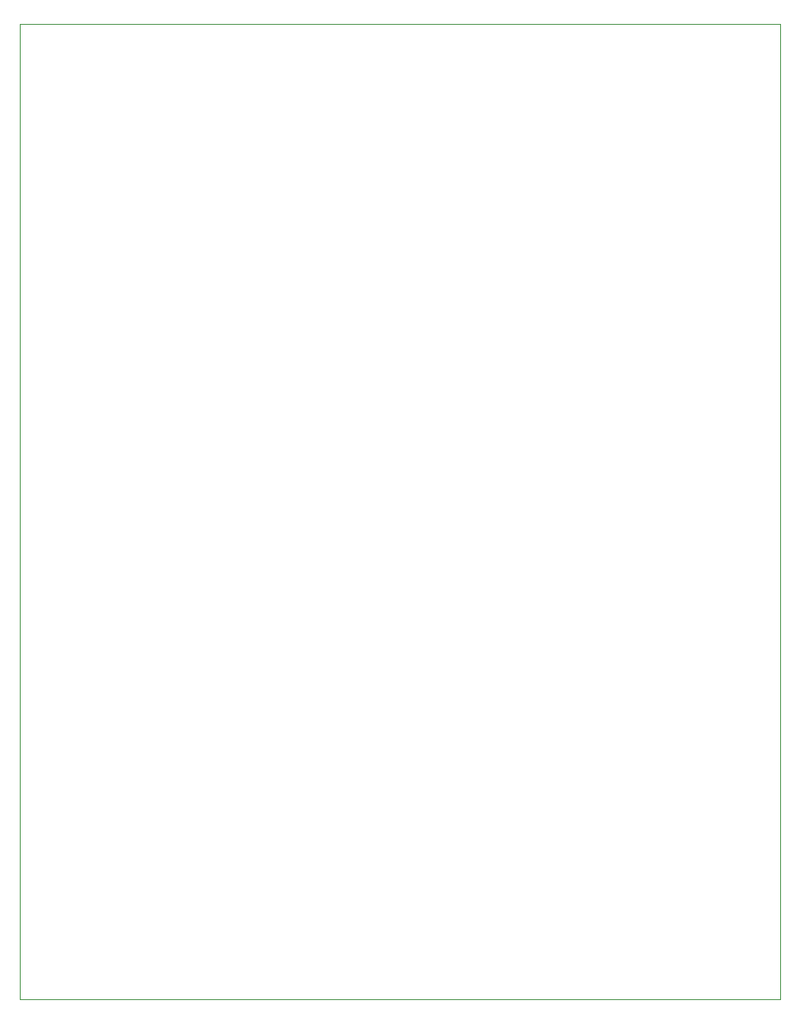
<source format=gm1>
G04 #@! TF.GenerationSoftware,KiCad,Pcbnew,(7.0.0-0)*
G04 #@! TF.CreationDate,2023-05-11T07:45:24+02:00*
G04 #@! TF.ProjectId,Filter-forest-v3,46696c74-6572-42d6-966f-726573742d76,rev?*
G04 #@! TF.SameCoordinates,Original*
G04 #@! TF.FileFunction,Profile,NP*
%FSLAX46Y46*%
G04 Gerber Fmt 4.6, Leading zero omitted, Abs format (unit mm)*
G04 Created by KiCad (PCBNEW (7.0.0-0)) date 2023-05-11 07:45:24*
%MOMM*%
%LPD*%
G01*
G04 APERTURE LIST*
G04 #@! TA.AperFunction,Profile*
%ADD10C,0.100000*%
G04 #@! TD*
G04 APERTURE END LIST*
D10*
X88138000Y-30004383D02*
X166158804Y-30004383D01*
X166158804Y-30004383D02*
X166158804Y-129944383D01*
X166158804Y-129944383D02*
X88138000Y-129944383D01*
X88138000Y-129944383D02*
X88138000Y-30004383D01*
M02*

</source>
